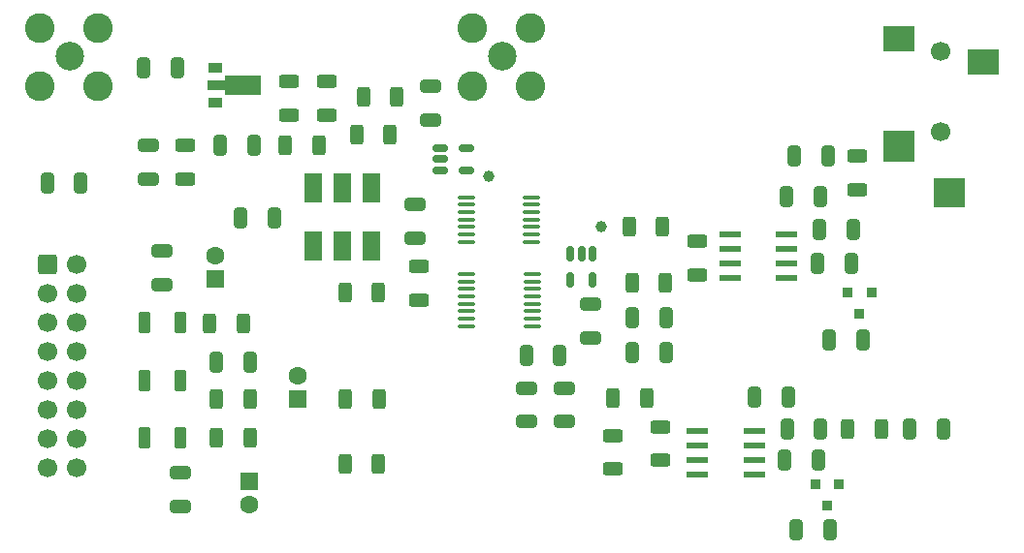
<source format=gts>
G04 #@! TF.GenerationSoftware,KiCad,Pcbnew,7.0.9*
G04 #@! TF.CreationDate,2023-11-18T11:05:28-05:00*
G04 #@! TF.ProjectId,qsd2,71736432-2e6b-4696-9361-645f70636258,rev?*
G04 #@! TF.SameCoordinates,Original*
G04 #@! TF.FileFunction,Soldermask,Top*
G04 #@! TF.FilePolarity,Negative*
%FSLAX46Y46*%
G04 Gerber Fmt 4.6, Leading zero omitted, Abs format (unit mm)*
G04 Created by KiCad (PCBNEW 7.0.9) date 2023-11-18 11:05:28*
%MOMM*%
%LPD*%
G01*
G04 APERTURE LIST*
G04 Aperture macros list*
%AMRoundRect*
0 Rectangle with rounded corners*
0 $1 Rounding radius*
0 $2 $3 $4 $5 $6 $7 $8 $9 X,Y pos of 4 corners*
0 Add a 4 corners polygon primitive as box body*
4,1,4,$2,$3,$4,$5,$6,$7,$8,$9,$2,$3,0*
0 Add four circle primitives for the rounded corners*
1,1,$1+$1,$2,$3*
1,1,$1+$1,$4,$5*
1,1,$1+$1,$6,$7*
1,1,$1+$1,$8,$9*
0 Add four rect primitives between the rounded corners*
20,1,$1+$1,$2,$3,$4,$5,0*
20,1,$1+$1,$4,$5,$6,$7,0*
20,1,$1+$1,$6,$7,$8,$9,0*
20,1,$1+$1,$8,$9,$2,$3,0*%
%AMFreePoly0*
4,1,9,3.862500,-0.866500,0.737500,-0.866500,0.737500,-0.450000,-0.737500,-0.450000,-0.737500,0.450000,0.737500,0.450000,0.737500,0.866500,3.862500,0.866500,3.862500,-0.866500,3.862500,-0.866500,$1*%
G04 Aperture macros list end*
%ADD10RoundRect,0.250000X-0.275000X-0.700000X0.275000X-0.700000X0.275000X0.700000X-0.275000X0.700000X0*%
%ADD11RoundRect,0.250000X0.625000X-0.312500X0.625000X0.312500X-0.625000X0.312500X-0.625000X-0.312500X0*%
%ADD12RoundRect,0.250000X-0.312500X-0.625000X0.312500X-0.625000X0.312500X0.625000X-0.312500X0.625000X0*%
%ADD13RoundRect,0.150000X-0.150000X0.512500X-0.150000X-0.512500X0.150000X-0.512500X0.150000X0.512500X0*%
%ADD14RoundRect,0.250000X0.325000X0.650000X-0.325000X0.650000X-0.325000X-0.650000X0.325000X-0.650000X0*%
%ADD15RoundRect,0.250000X-0.325000X-0.650000X0.325000X-0.650000X0.325000X0.650000X-0.325000X0.650000X0*%
%ADD16R,1.600000X1.600000*%
%ADD17C,1.600000*%
%ADD18R,1.300000X0.900000*%
%ADD19FreePoly0,0.000000*%
%ADD20RoundRect,0.100000X-0.637500X-0.100000X0.637500X-0.100000X0.637500X0.100000X-0.637500X0.100000X0*%
%ADD21R,1.969999X0.558000*%
%ADD22C,2.600000*%
%ADD23C,2.500000*%
%ADD24RoundRect,0.250000X-0.625000X0.312500X-0.625000X-0.312500X0.625000X-0.312500X0.625000X0.312500X0*%
%ADD25R,0.812800X0.889000*%
%ADD26RoundRect,0.100000X0.637500X0.100000X-0.637500X0.100000X-0.637500X-0.100000X0.637500X-0.100000X0*%
%ADD27RoundRect,0.250000X-0.650000X0.325000X-0.650000X-0.325000X0.650000X-0.325000X0.650000X0.325000X0*%
%ADD28C,1.700000*%
%ADD29R,2.800000X2.200000*%
%ADD30R,2.800000X2.800000*%
%ADD31R,2.800000X2.600000*%
%ADD32C,1.000000*%
%ADD33RoundRect,0.250000X0.312500X0.625000X-0.312500X0.625000X-0.312500X-0.625000X0.312500X-0.625000X0*%
%ADD34RoundRect,0.150000X-0.512500X-0.150000X0.512500X-0.150000X0.512500X0.150000X-0.512500X0.150000X0*%
%ADD35R,1.650000X2.540000*%
%ADD36RoundRect,0.250000X-0.600000X-0.600000X0.600000X-0.600000X0.600000X0.600000X-0.600000X0.600000X0*%
G04 APERTURE END LIST*
D10*
X111650000Y-77700000D03*
X114800000Y-77700000D03*
D11*
X173925000Y-56000000D03*
X173925000Y-53075000D03*
D12*
X117362500Y-67700000D03*
X120287500Y-67700000D03*
D13*
X150775000Y-61600000D03*
X149825000Y-61600000D03*
X148875000Y-61600000D03*
X148875000Y-63875000D03*
X150775000Y-63875000D03*
D14*
X147950000Y-70450000D03*
X145000000Y-70450000D03*
D12*
X152587500Y-74200000D03*
X155512500Y-74200000D03*
D15*
X170425000Y-62425000D03*
X173375000Y-62425000D03*
X167775000Y-76900000D03*
X170725000Y-76900000D03*
D16*
X125050000Y-74300000D03*
D17*
X125050000Y-72300000D03*
D15*
X120050000Y-58425000D03*
X123000000Y-58425000D03*
D10*
X111675000Y-67600000D03*
X114825000Y-67600000D03*
D15*
X111600000Y-45362500D03*
X114550000Y-45362500D03*
D12*
X153991900Y-59186200D03*
X156916900Y-59186200D03*
D11*
X127600000Y-49475000D03*
X127600000Y-46550000D03*
D16*
X120850000Y-81500000D03*
D17*
X120850000Y-83500000D03*
D15*
X170600000Y-59475000D03*
X173550000Y-59475000D03*
D18*
X117825000Y-45375000D03*
D19*
X117912500Y-46875000D03*
D18*
X117825000Y-48375000D03*
D12*
X129197500Y-80000000D03*
X132122500Y-80000000D03*
X130800000Y-47910000D03*
X133725000Y-47910000D03*
D15*
X167725000Y-56600000D03*
X170675000Y-56600000D03*
D20*
X139787500Y-63375000D03*
X139787500Y-64025000D03*
X139787500Y-64675000D03*
X139787500Y-65325000D03*
X139787500Y-65975000D03*
X139787500Y-66625000D03*
X139787500Y-67275000D03*
X139787500Y-67925000D03*
X145512500Y-67925000D03*
X145512500Y-67275000D03*
X145512500Y-66625000D03*
X145512500Y-65975000D03*
X145512500Y-65325000D03*
X145512500Y-64675000D03*
X145512500Y-64025000D03*
X145512500Y-63375000D03*
D10*
X111650000Y-72700000D03*
X114800000Y-72700000D03*
D11*
X159925000Y-63437500D03*
X159925000Y-60512500D03*
D21*
X162822400Y-59875000D03*
X162822400Y-61145000D03*
X162822400Y-62415000D03*
X162822400Y-63685000D03*
X167750000Y-63685000D03*
X167750000Y-62415000D03*
X167750000Y-61145000D03*
X167750000Y-59875000D03*
D22*
X102495000Y-41825000D03*
X102495000Y-46905000D03*
X107575000Y-41825000D03*
X107575000Y-46905000D03*
D23*
X105135000Y-44290000D03*
D21*
X159975000Y-77050000D03*
X159975000Y-78320000D03*
X159975000Y-79590000D03*
X159975000Y-80860000D03*
X164902600Y-80860000D03*
X164902600Y-79590000D03*
X164902600Y-78320000D03*
X164902600Y-77050000D03*
D12*
X117950000Y-77700000D03*
X120875000Y-77700000D03*
D24*
X156700000Y-76737500D03*
X156700000Y-79662500D03*
D15*
X117975000Y-71100000D03*
X120925000Y-71100000D03*
D25*
X172284499Y-81732001D03*
X170234501Y-81732001D03*
X171259500Y-83622000D03*
D26*
X145482500Y-60550000D03*
X145482500Y-59900000D03*
X145482500Y-59250000D03*
X145482500Y-58600000D03*
X145482500Y-57950000D03*
X145482500Y-57300000D03*
X145482500Y-56650000D03*
X139757500Y-56650000D03*
X139757500Y-57300000D03*
X139757500Y-57950000D03*
X139757500Y-58600000D03*
X139757500Y-59250000D03*
X139757500Y-59900000D03*
X139757500Y-60550000D03*
D11*
X115275000Y-55050000D03*
X115275000Y-52125000D03*
D27*
X150620000Y-65980000D03*
X150620000Y-68930000D03*
D12*
X129220000Y-74290000D03*
X132145000Y-74290000D03*
D15*
X103175000Y-55400000D03*
X106125000Y-55400000D03*
D22*
X140310000Y-41890000D03*
X140310000Y-46970000D03*
X145390000Y-41890000D03*
X145390000Y-46970000D03*
D23*
X142950000Y-44355000D03*
D15*
X154250000Y-70225000D03*
X157200000Y-70225000D03*
D28*
X181230000Y-43930000D03*
X181230000Y-50930000D03*
D29*
X177530000Y-42830000D03*
D30*
X177530000Y-52230000D03*
D29*
X184930000Y-44830000D03*
D31*
X181980000Y-56230000D03*
D27*
X136650000Y-46975000D03*
X136650000Y-49925000D03*
D11*
X124325000Y-49475000D03*
X124325000Y-46550000D03*
D15*
X167575000Y-79600000D03*
X170525000Y-79600000D03*
D12*
X129187500Y-65000000D03*
X132112500Y-65000000D03*
D32*
X141700000Y-54850000D03*
D25*
X175141999Y-64975000D03*
X173092001Y-64975000D03*
X174117000Y-66864999D03*
D33*
X133112500Y-51150000D03*
X130187500Y-51150000D03*
D15*
X171450000Y-69125000D03*
X174400000Y-69125000D03*
X118325000Y-52150000D03*
X121275000Y-52150000D03*
D33*
X176025000Y-76900000D03*
X173100000Y-76900000D03*
D15*
X164950000Y-74100000D03*
X167900000Y-74100000D03*
D27*
X135325000Y-57250000D03*
X135325000Y-60200000D03*
D15*
X154250000Y-67175000D03*
X157200000Y-67175000D03*
D14*
X181475000Y-76875000D03*
X178525000Y-76875000D03*
D12*
X154262500Y-64125000D03*
X157187500Y-64125000D03*
D27*
X112050000Y-52100000D03*
X112050000Y-55050000D03*
D34*
X137500000Y-52375000D03*
X137500000Y-53325000D03*
X137500000Y-54275000D03*
X139775000Y-54275000D03*
X139775000Y-52375000D03*
D32*
X151560000Y-59180000D03*
D15*
X168400000Y-53075000D03*
X171350000Y-53075000D03*
D35*
X131530000Y-55800000D03*
X128990000Y-55800000D03*
X126450000Y-55800000D03*
X126450000Y-60880000D03*
X128990000Y-60880000D03*
X131530000Y-60880000D03*
D27*
X114850000Y-80700000D03*
X114850000Y-83650000D03*
D24*
X135650000Y-62687500D03*
X135650000Y-65612500D03*
D27*
X145025000Y-73325000D03*
X145025000Y-76275000D03*
X148300000Y-73325000D03*
X148300000Y-76275000D03*
D12*
X123987500Y-52150000D03*
X126912500Y-52150000D03*
D24*
X152550000Y-77500000D03*
X152550000Y-80425000D03*
D16*
X117900000Y-63775000D03*
D17*
X117900000Y-61775000D03*
D27*
X113175000Y-61375000D03*
X113175000Y-64325000D03*
D36*
X103210000Y-62500000D03*
D28*
X105750000Y-62500000D03*
X103210000Y-65040000D03*
X105750000Y-65040000D03*
X103210000Y-67580000D03*
X105750000Y-67580000D03*
X103210000Y-70120000D03*
X105750000Y-70120000D03*
X103210000Y-72660000D03*
X105750000Y-72660000D03*
X103210000Y-75200000D03*
X105750000Y-75200000D03*
X103210000Y-77740000D03*
X105750000Y-77740000D03*
X103210000Y-80280000D03*
X105750000Y-80280000D03*
D12*
X117987500Y-74300000D03*
X120912500Y-74300000D03*
D15*
X168600000Y-85700000D03*
X171550000Y-85700000D03*
M02*

</source>
